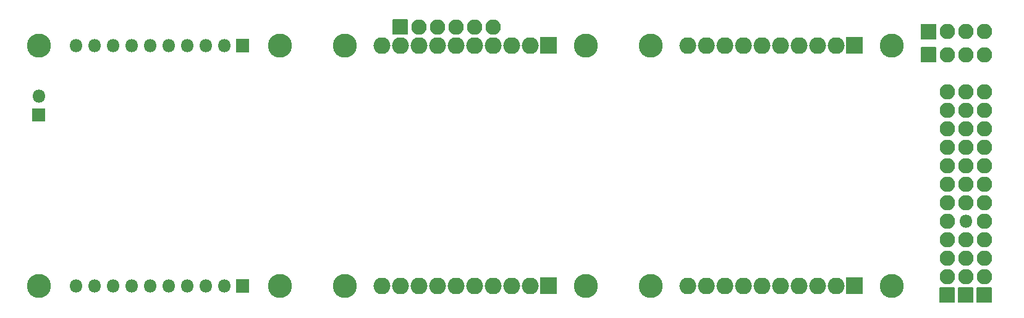
<source format=gbr>
G04 #@! TF.GenerationSoftware,KiCad,Pcbnew,(5.1.8)-1*
G04 #@! TF.CreationDate,2020-11-11T23:30:57+03:00*
G04 #@! TF.ProjectId,h3xSv2,68337853-7632-42e6-9b69-6361645f7063,rev?*
G04 #@! TF.SameCoordinates,Original*
G04 #@! TF.FileFunction,Soldermask,Bot*
G04 #@! TF.FilePolarity,Negative*
%FSLAX46Y46*%
G04 Gerber Fmt 4.6, Leading zero omitted, Abs format (unit mm)*
G04 Created by KiCad (PCBNEW (5.1.8)-1) date 2020-11-11 23:30:57*
%MOMM*%
%LPD*%
G01*
G04 APERTURE LIST*
%ADD10C,3.302000*%
%ADD11O,2.302000X2.302000*%
%ADD12O,2.102000X2.102000*%
%ADD13O,1.802000X1.802000*%
G04 APERTURE END LIST*
D10*
X82550000Y-60960000D03*
X115570000Y-60960000D03*
X82550000Y-27940000D03*
X115570000Y-27940000D03*
G36*
G01*
X109390000Y-26789000D02*
X111590000Y-26789000D01*
G75*
G02*
X111641000Y-26840000I0J-51000D01*
G01*
X111641000Y-29040000D01*
G75*
G02*
X111590000Y-29091000I-51000J0D01*
G01*
X109390000Y-29091000D01*
G75*
G02*
X109339000Y-29040000I0J51000D01*
G01*
X109339000Y-26840000D01*
G75*
G02*
X109390000Y-26789000I51000J0D01*
G01*
G37*
D11*
X107950000Y-27940000D03*
X105410000Y-27940000D03*
X102870000Y-27940000D03*
X100330000Y-27940000D03*
X97790000Y-27940000D03*
X95250000Y-27940000D03*
X92710000Y-27940000D03*
X90170000Y-27940000D03*
X87630000Y-27940000D03*
X87630000Y-60960000D03*
X90170000Y-60960000D03*
X92710000Y-60960000D03*
X95250000Y-60960000D03*
X97790000Y-60960000D03*
X100330000Y-60960000D03*
X102870000Y-60960000D03*
X105410000Y-60960000D03*
X107950000Y-60960000D03*
G36*
G01*
X109390000Y-59809000D02*
X111590000Y-59809000D01*
G75*
G02*
X111641000Y-59860000I0J-51000D01*
G01*
X111641000Y-62060000D01*
G75*
G02*
X111590000Y-62111000I-51000J0D01*
G01*
X109390000Y-62111000D01*
G75*
G02*
X109339000Y-62060000I0J51000D01*
G01*
X109339000Y-59860000D01*
G75*
G02*
X109390000Y-59809000I51000J0D01*
G01*
G37*
G36*
G01*
X151300000Y-26789000D02*
X153500000Y-26789000D01*
G75*
G02*
X153551000Y-26840000I0J-51000D01*
G01*
X153551000Y-29040000D01*
G75*
G02*
X153500000Y-29091000I-51000J0D01*
G01*
X151300000Y-29091000D01*
G75*
G02*
X151249000Y-29040000I0J51000D01*
G01*
X151249000Y-26840000D01*
G75*
G02*
X151300000Y-26789000I51000J0D01*
G01*
G37*
X149860000Y-27940000D03*
X147320000Y-27940000D03*
X144780000Y-27940000D03*
X142240000Y-27940000D03*
X139700000Y-27940000D03*
X137160000Y-27940000D03*
X134620000Y-27940000D03*
X132080000Y-27940000D03*
X129540000Y-27940000D03*
X129540000Y-60960000D03*
X132080000Y-60960000D03*
X134620000Y-60960000D03*
X137160000Y-60960000D03*
X139700000Y-60960000D03*
X142240000Y-60960000D03*
X144780000Y-60960000D03*
X147320000Y-60960000D03*
X149860000Y-60960000D03*
G36*
G01*
X151300000Y-59809000D02*
X153500000Y-59809000D01*
G75*
G02*
X153551000Y-59860000I0J-51000D01*
G01*
X153551000Y-62060000D01*
G75*
G02*
X153500000Y-62111000I-51000J0D01*
G01*
X151300000Y-62111000D01*
G75*
G02*
X151249000Y-62060000I0J51000D01*
G01*
X151249000Y-59860000D01*
G75*
G02*
X151300000Y-59809000I51000J0D01*
G01*
G37*
D12*
X170180000Y-29210000D03*
X167640000Y-29210000D03*
X165100000Y-29210000D03*
G36*
G01*
X163560000Y-30261000D02*
X161560000Y-30261000D01*
G75*
G02*
X161509000Y-30210000I0J51000D01*
G01*
X161509000Y-28210000D01*
G75*
G02*
X161560000Y-28159000I51000J0D01*
G01*
X163560000Y-28159000D01*
G75*
G02*
X163611000Y-28210000I0J-51000D01*
G01*
X163611000Y-30210000D01*
G75*
G02*
X163560000Y-30261000I-51000J0D01*
G01*
G37*
G36*
G01*
X163560000Y-27086000D02*
X161560000Y-27086000D01*
G75*
G02*
X161509000Y-27035000I0J51000D01*
G01*
X161509000Y-25035000D01*
G75*
G02*
X161560000Y-24984000I51000J0D01*
G01*
X163560000Y-24984000D01*
G75*
G02*
X163611000Y-25035000I0J-51000D01*
G01*
X163611000Y-27035000D01*
G75*
G02*
X163560000Y-27086000I-51000J0D01*
G01*
G37*
X165100000Y-26035000D03*
X167640000Y-26035000D03*
X170180000Y-26035000D03*
G36*
G01*
X166151000Y-61230000D02*
X166151000Y-63230000D01*
G75*
G02*
X166100000Y-63281000I-51000J0D01*
G01*
X164100000Y-63281000D01*
G75*
G02*
X164049000Y-63230000I0J51000D01*
G01*
X164049000Y-61230000D01*
G75*
G02*
X164100000Y-61179000I51000J0D01*
G01*
X166100000Y-61179000D01*
G75*
G02*
X166151000Y-61230000I0J-51000D01*
G01*
G37*
X165100000Y-59690000D03*
X165100000Y-57150000D03*
X165100000Y-54610000D03*
X165100000Y-52070000D03*
X165100000Y-49530000D03*
X165100000Y-46990000D03*
X165100000Y-44450000D03*
X165100000Y-41910000D03*
X165100000Y-39370000D03*
X165100000Y-36830000D03*
X165100000Y-34290000D03*
G36*
G01*
X168691000Y-61230000D02*
X168691000Y-63230000D01*
G75*
G02*
X168640000Y-63281000I-51000J0D01*
G01*
X166640000Y-63281000D01*
G75*
G02*
X166589000Y-63230000I0J51000D01*
G01*
X166589000Y-61230000D01*
G75*
G02*
X166640000Y-61179000I51000J0D01*
G01*
X168640000Y-61179000D01*
G75*
G02*
X168691000Y-61230000I0J-51000D01*
G01*
G37*
X167640000Y-59690000D03*
X167640000Y-57150000D03*
X167640000Y-54610000D03*
D13*
X167640000Y-52070000D03*
D12*
X167640000Y-49530000D03*
X167640000Y-46990000D03*
X167640000Y-44450000D03*
X167640000Y-41910000D03*
X167640000Y-39370000D03*
X167640000Y-36830000D03*
X167640000Y-34290000D03*
X170180000Y-34290000D03*
X170180000Y-36830000D03*
X170180000Y-39370000D03*
X170180000Y-41910000D03*
X170180000Y-44450000D03*
X170180000Y-46990000D03*
X170180000Y-49530000D03*
X170180000Y-52070000D03*
X170180000Y-54610000D03*
X170180000Y-57150000D03*
X170180000Y-59690000D03*
G36*
G01*
X171231000Y-61230000D02*
X171231000Y-63230000D01*
G75*
G02*
X171180000Y-63281000I-51000J0D01*
G01*
X169180000Y-63281000D01*
G75*
G02*
X169129000Y-63230000I0J51000D01*
G01*
X169129000Y-61230000D01*
G75*
G02*
X169180000Y-61179000I51000J0D01*
G01*
X171180000Y-61179000D01*
G75*
G02*
X171231000Y-61230000I0J-51000D01*
G01*
G37*
G36*
G01*
X41541000Y-36615000D02*
X41541000Y-38315000D01*
G75*
G02*
X41490000Y-38366000I-51000J0D01*
G01*
X39790000Y-38366000D01*
G75*
G02*
X39739000Y-38315000I0J51000D01*
G01*
X39739000Y-36615000D01*
G75*
G02*
X39790000Y-36564000I51000J0D01*
G01*
X41490000Y-36564000D01*
G75*
G02*
X41541000Y-36615000I0J-51000D01*
G01*
G37*
D13*
X40640000Y-34925000D03*
D10*
X157480000Y-27940000D03*
X124460000Y-27940000D03*
X157480000Y-60960000D03*
X124460000Y-60960000D03*
G36*
G01*
X91170000Y-26451000D02*
X89170000Y-26451000D01*
G75*
G02*
X89119000Y-26400000I0J51000D01*
G01*
X89119000Y-24400000D01*
G75*
G02*
X89170000Y-24349000I51000J0D01*
G01*
X91170000Y-24349000D01*
G75*
G02*
X91221000Y-24400000I0J-51000D01*
G01*
X91221000Y-26400000D01*
G75*
G02*
X91170000Y-26451000I-51000J0D01*
G01*
G37*
D12*
X92710000Y-25400000D03*
X95250000Y-25400000D03*
X97790000Y-25400000D03*
X100330000Y-25400000D03*
X102870000Y-25400000D03*
D10*
X40640000Y-27940000D03*
X73660000Y-60960000D03*
X73660000Y-27940000D03*
X40640000Y-60960000D03*
D13*
X45720000Y-27940000D03*
X48260000Y-27940000D03*
X50800000Y-27940000D03*
X53340000Y-27940000D03*
X55880000Y-27940000D03*
X58420000Y-27940000D03*
X60960000Y-27940000D03*
X63500000Y-27940000D03*
X66040000Y-27940000D03*
G36*
G01*
X67730000Y-27039000D02*
X69430000Y-27039000D01*
G75*
G02*
X69481000Y-27090000I0J-51000D01*
G01*
X69481000Y-28790000D01*
G75*
G02*
X69430000Y-28841000I-51000J0D01*
G01*
X67730000Y-28841000D01*
G75*
G02*
X67679000Y-28790000I0J51000D01*
G01*
X67679000Y-27090000D01*
G75*
G02*
X67730000Y-27039000I51000J0D01*
G01*
G37*
G36*
G01*
X67730000Y-60059000D02*
X69430000Y-60059000D01*
G75*
G02*
X69481000Y-60110000I0J-51000D01*
G01*
X69481000Y-61810000D01*
G75*
G02*
X69430000Y-61861000I-51000J0D01*
G01*
X67730000Y-61861000D01*
G75*
G02*
X67679000Y-61810000I0J51000D01*
G01*
X67679000Y-60110000D01*
G75*
G02*
X67730000Y-60059000I51000J0D01*
G01*
G37*
X66040000Y-60960000D03*
X63500000Y-60960000D03*
X60960000Y-60960000D03*
X58420000Y-60960000D03*
X55880000Y-60960000D03*
X53340000Y-60960000D03*
X50800000Y-60960000D03*
X48260000Y-60960000D03*
X45720000Y-60960000D03*
M02*

</source>
